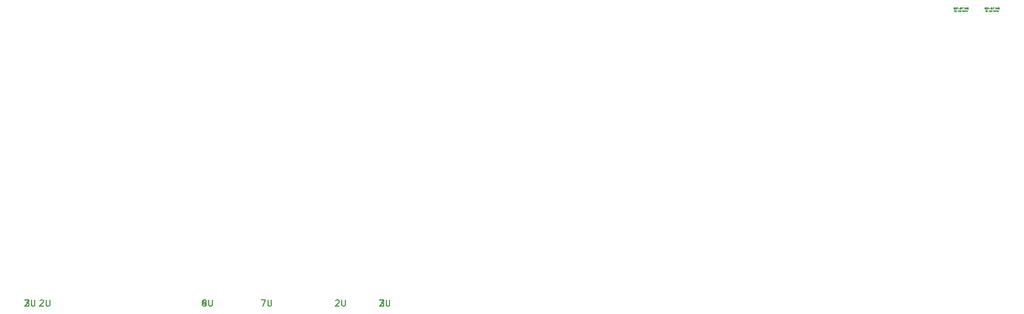
<source format=gbr>
%TF.GenerationSoftware,KiCad,Pcbnew,(7.0.0)*%
%TF.CreationDate,2023-11-25T12:28:40+01:00*%
%TF.ProjectId,Eightu Ortho,45696768-7475-4204-9f72-74686f2e6b69,rev?*%
%TF.SameCoordinates,Original*%
%TF.FileFunction,Other,Comment*%
%FSLAX46Y46*%
G04 Gerber Fmt 4.6, Leading zero omitted, Abs format (unit mm)*
G04 Created by KiCad (PCBNEW (7.0.0)) date 2023-11-25 12:28:40*
%MOMM*%
%LPD*%
G01*
G04 APERTURE LIST*
%ADD10C,0.150000*%
%ADD11C,0.030000*%
G04 APERTURE END LIST*
D10*
%TO.C,S2*%
X188102976Y-105634619D02*
X188150595Y-105587000D01*
X188150595Y-105587000D02*
X188245833Y-105539380D01*
X188245833Y-105539380D02*
X188483928Y-105539380D01*
X188483928Y-105539380D02*
X188579166Y-105587000D01*
X188579166Y-105587000D02*
X188626785Y-105634619D01*
X188626785Y-105634619D02*
X188674404Y-105729857D01*
X188674404Y-105729857D02*
X188674404Y-105825095D01*
X188674404Y-105825095D02*
X188626785Y-105967952D01*
X188626785Y-105967952D02*
X188055357Y-106539380D01*
X188055357Y-106539380D02*
X188674404Y-106539380D01*
X189102976Y-105539380D02*
X189102976Y-106348904D01*
X189102976Y-106348904D02*
X189150595Y-106444142D01*
X189150595Y-106444142D02*
X189198214Y-106491761D01*
X189198214Y-106491761D02*
X189293452Y-106539380D01*
X189293452Y-106539380D02*
X189483928Y-106539380D01*
X189483928Y-106539380D02*
X189579166Y-106491761D01*
X189579166Y-106491761D02*
X189626785Y-106444142D01*
X189626785Y-106444142D02*
X189674404Y-106348904D01*
X189674404Y-106348904D02*
X189674404Y-105539380D01*
%TO.C,S10*%
X180959226Y-105634619D02*
X181006845Y-105587000D01*
X181006845Y-105587000D02*
X181102083Y-105539380D01*
X181102083Y-105539380D02*
X181340178Y-105539380D01*
X181340178Y-105539380D02*
X181435416Y-105587000D01*
X181435416Y-105587000D02*
X181483035Y-105634619D01*
X181483035Y-105634619D02*
X181530654Y-105729857D01*
X181530654Y-105729857D02*
X181530654Y-105825095D01*
X181530654Y-105825095D02*
X181483035Y-105967952D01*
X181483035Y-105967952D02*
X180911607Y-106539380D01*
X180911607Y-106539380D02*
X181530654Y-106539380D01*
X181959226Y-105539380D02*
X181959226Y-106348904D01*
X181959226Y-106348904D02*
X182006845Y-106444142D01*
X182006845Y-106444142D02*
X182054464Y-106491761D01*
X182054464Y-106491761D02*
X182149702Y-106539380D01*
X182149702Y-106539380D02*
X182340178Y-106539380D01*
X182340178Y-106539380D02*
X182435416Y-106491761D01*
X182435416Y-106491761D02*
X182483035Y-106444142D01*
X182483035Y-106444142D02*
X182530654Y-106348904D01*
X182530654Y-106348904D02*
X182530654Y-105539380D01*
%TO.C,S3*%
X169005357Y-105539380D02*
X169672023Y-105539380D01*
X169672023Y-105539380D02*
X169243452Y-106539380D01*
X170052976Y-105539380D02*
X170052976Y-106348904D01*
X170052976Y-106348904D02*
X170100595Y-106444142D01*
X170100595Y-106444142D02*
X170148214Y-106491761D01*
X170148214Y-106491761D02*
X170243452Y-106539380D01*
X170243452Y-106539380D02*
X170433928Y-106539380D01*
X170433928Y-106539380D02*
X170529166Y-106491761D01*
X170529166Y-106491761D02*
X170576785Y-106444142D01*
X170576785Y-106444142D02*
X170624404Y-106348904D01*
X170624404Y-106348904D02*
X170624404Y-105539380D01*
%TO.C,S7*%
X130905357Y-105539380D02*
X131524404Y-105539380D01*
X131524404Y-105539380D02*
X131191071Y-105920333D01*
X131191071Y-105920333D02*
X131333928Y-105920333D01*
X131333928Y-105920333D02*
X131429166Y-105967952D01*
X131429166Y-105967952D02*
X131476785Y-106015571D01*
X131476785Y-106015571D02*
X131524404Y-106110809D01*
X131524404Y-106110809D02*
X131524404Y-106348904D01*
X131524404Y-106348904D02*
X131476785Y-106444142D01*
X131476785Y-106444142D02*
X131429166Y-106491761D01*
X131429166Y-106491761D02*
X131333928Y-106539380D01*
X131333928Y-106539380D02*
X131048214Y-106539380D01*
X131048214Y-106539380D02*
X130952976Y-106491761D01*
X130952976Y-106491761D02*
X130905357Y-106444142D01*
X131952976Y-105539380D02*
X131952976Y-106348904D01*
X131952976Y-106348904D02*
X132000595Y-106444142D01*
X132000595Y-106444142D02*
X132048214Y-106491761D01*
X132048214Y-106491761D02*
X132143452Y-106539380D01*
X132143452Y-106539380D02*
X132333928Y-106539380D01*
X132333928Y-106539380D02*
X132429166Y-106491761D01*
X132429166Y-106491761D02*
X132476785Y-106444142D01*
X132476785Y-106444142D02*
X132524404Y-106348904D01*
X132524404Y-106348904D02*
X132524404Y-105539380D01*
%TO.C,S1*%
X130952976Y-105634619D02*
X131000595Y-105587000D01*
X131000595Y-105587000D02*
X131095833Y-105539380D01*
X131095833Y-105539380D02*
X131333928Y-105539380D01*
X131333928Y-105539380D02*
X131429166Y-105587000D01*
X131429166Y-105587000D02*
X131476785Y-105634619D01*
X131476785Y-105634619D02*
X131524404Y-105729857D01*
X131524404Y-105729857D02*
X131524404Y-105825095D01*
X131524404Y-105825095D02*
X131476785Y-105967952D01*
X131476785Y-105967952D02*
X130905357Y-106539380D01*
X130905357Y-106539380D02*
X131524404Y-106539380D01*
X131952976Y-105539380D02*
X131952976Y-106348904D01*
X131952976Y-106348904D02*
X132000595Y-106444142D01*
X132000595Y-106444142D02*
X132048214Y-106491761D01*
X132048214Y-106491761D02*
X132143452Y-106539380D01*
X132143452Y-106539380D02*
X132333928Y-106539380D01*
X132333928Y-106539380D02*
X132429166Y-106491761D01*
X132429166Y-106491761D02*
X132476785Y-106444142D01*
X132476785Y-106444142D02*
X132524404Y-106348904D01*
X132524404Y-106348904D02*
X132524404Y-105539380D01*
%TO.C,S5*%
X160004166Y-105872714D02*
X160004166Y-106539380D01*
X159766071Y-105491761D02*
X159527976Y-106206047D01*
X159527976Y-106206047D02*
X160147023Y-106206047D01*
X160527976Y-105539380D02*
X160527976Y-106348904D01*
X160527976Y-106348904D02*
X160575595Y-106444142D01*
X160575595Y-106444142D02*
X160623214Y-106491761D01*
X160623214Y-106491761D02*
X160718452Y-106539380D01*
X160718452Y-106539380D02*
X160908928Y-106539380D01*
X160908928Y-106539380D02*
X161004166Y-106491761D01*
X161004166Y-106491761D02*
X161051785Y-106444142D01*
X161051785Y-106444142D02*
X161099404Y-106348904D01*
X161099404Y-106348904D02*
X161099404Y-105539380D01*
%TO.C,S4*%
X160004166Y-105539380D02*
X159813690Y-105539380D01*
X159813690Y-105539380D02*
X159718452Y-105587000D01*
X159718452Y-105587000D02*
X159670833Y-105634619D01*
X159670833Y-105634619D02*
X159575595Y-105777476D01*
X159575595Y-105777476D02*
X159527976Y-105967952D01*
X159527976Y-105967952D02*
X159527976Y-106348904D01*
X159527976Y-106348904D02*
X159575595Y-106444142D01*
X159575595Y-106444142D02*
X159623214Y-106491761D01*
X159623214Y-106491761D02*
X159718452Y-106539380D01*
X159718452Y-106539380D02*
X159908928Y-106539380D01*
X159908928Y-106539380D02*
X160004166Y-106491761D01*
X160004166Y-106491761D02*
X160051785Y-106444142D01*
X160051785Y-106444142D02*
X160099404Y-106348904D01*
X160099404Y-106348904D02*
X160099404Y-106110809D01*
X160099404Y-106110809D02*
X160051785Y-106015571D01*
X160051785Y-106015571D02*
X160004166Y-105967952D01*
X160004166Y-105967952D02*
X159908928Y-105920333D01*
X159908928Y-105920333D02*
X159718452Y-105920333D01*
X159718452Y-105920333D02*
X159623214Y-105967952D01*
X159623214Y-105967952D02*
X159575595Y-106015571D01*
X159575595Y-106015571D02*
X159527976Y-106110809D01*
X160527976Y-105539380D02*
X160527976Y-106348904D01*
X160527976Y-106348904D02*
X160575595Y-106444142D01*
X160575595Y-106444142D02*
X160623214Y-106491761D01*
X160623214Y-106491761D02*
X160718452Y-106539380D01*
X160718452Y-106539380D02*
X160908928Y-106539380D01*
X160908928Y-106539380D02*
X161004166Y-106491761D01*
X161004166Y-106491761D02*
X161051785Y-106444142D01*
X161051785Y-106444142D02*
X161099404Y-106348904D01*
X161099404Y-106348904D02*
X161099404Y-105539380D01*
%TO.C,S8*%
X188055357Y-105539380D02*
X188674404Y-105539380D01*
X188674404Y-105539380D02*
X188341071Y-105920333D01*
X188341071Y-105920333D02*
X188483928Y-105920333D01*
X188483928Y-105920333D02*
X188579166Y-105967952D01*
X188579166Y-105967952D02*
X188626785Y-106015571D01*
X188626785Y-106015571D02*
X188674404Y-106110809D01*
X188674404Y-106110809D02*
X188674404Y-106348904D01*
X188674404Y-106348904D02*
X188626785Y-106444142D01*
X188626785Y-106444142D02*
X188579166Y-106491761D01*
X188579166Y-106491761D02*
X188483928Y-106539380D01*
X188483928Y-106539380D02*
X188198214Y-106539380D01*
X188198214Y-106539380D02*
X188102976Y-106491761D01*
X188102976Y-106491761D02*
X188055357Y-106444142D01*
X189102976Y-105539380D02*
X189102976Y-106348904D01*
X189102976Y-106348904D02*
X189150595Y-106444142D01*
X189150595Y-106444142D02*
X189198214Y-106491761D01*
X189198214Y-106491761D02*
X189293452Y-106539380D01*
X189293452Y-106539380D02*
X189483928Y-106539380D01*
X189483928Y-106539380D02*
X189579166Y-106491761D01*
X189579166Y-106491761D02*
X189626785Y-106444142D01*
X189626785Y-106444142D02*
X189674404Y-106348904D01*
X189674404Y-106348904D02*
X189674404Y-105539380D01*
%TO.C,S9*%
X133334226Y-105634619D02*
X133381845Y-105587000D01*
X133381845Y-105587000D02*
X133477083Y-105539380D01*
X133477083Y-105539380D02*
X133715178Y-105539380D01*
X133715178Y-105539380D02*
X133810416Y-105587000D01*
X133810416Y-105587000D02*
X133858035Y-105634619D01*
X133858035Y-105634619D02*
X133905654Y-105729857D01*
X133905654Y-105729857D02*
X133905654Y-105825095D01*
X133905654Y-105825095D02*
X133858035Y-105967952D01*
X133858035Y-105967952D02*
X133286607Y-106539380D01*
X133286607Y-106539380D02*
X133905654Y-106539380D01*
X134334226Y-105539380D02*
X134334226Y-106348904D01*
X134334226Y-106348904D02*
X134381845Y-106444142D01*
X134381845Y-106444142D02*
X134429464Y-106491761D01*
X134429464Y-106491761D02*
X134524702Y-106539380D01*
X134524702Y-106539380D02*
X134715178Y-106539380D01*
X134715178Y-106539380D02*
X134810416Y-106491761D01*
X134810416Y-106491761D02*
X134858035Y-106444142D01*
X134858035Y-106444142D02*
X134905654Y-106348904D01*
X134905654Y-106348904D02*
X134905654Y-105539380D01*
%TO.C,S6*%
X159718452Y-105967952D02*
X159623214Y-105920333D01*
X159623214Y-105920333D02*
X159575595Y-105872714D01*
X159575595Y-105872714D02*
X159527976Y-105777476D01*
X159527976Y-105777476D02*
X159527976Y-105729857D01*
X159527976Y-105729857D02*
X159575595Y-105634619D01*
X159575595Y-105634619D02*
X159623214Y-105587000D01*
X159623214Y-105587000D02*
X159718452Y-105539380D01*
X159718452Y-105539380D02*
X159908928Y-105539380D01*
X159908928Y-105539380D02*
X160004166Y-105587000D01*
X160004166Y-105587000D02*
X160051785Y-105634619D01*
X160051785Y-105634619D02*
X160099404Y-105729857D01*
X160099404Y-105729857D02*
X160099404Y-105777476D01*
X160099404Y-105777476D02*
X160051785Y-105872714D01*
X160051785Y-105872714D02*
X160004166Y-105920333D01*
X160004166Y-105920333D02*
X159908928Y-105967952D01*
X159908928Y-105967952D02*
X159718452Y-105967952D01*
X159718452Y-105967952D02*
X159623214Y-106015571D01*
X159623214Y-106015571D02*
X159575595Y-106063190D01*
X159575595Y-106063190D02*
X159527976Y-106158428D01*
X159527976Y-106158428D02*
X159527976Y-106348904D01*
X159527976Y-106348904D02*
X159575595Y-106444142D01*
X159575595Y-106444142D02*
X159623214Y-106491761D01*
X159623214Y-106491761D02*
X159718452Y-106539380D01*
X159718452Y-106539380D02*
X159908928Y-106539380D01*
X159908928Y-106539380D02*
X160004166Y-106491761D01*
X160004166Y-106491761D02*
X160051785Y-106444142D01*
X160051785Y-106444142D02*
X160099404Y-106348904D01*
X160099404Y-106348904D02*
X160099404Y-106158428D01*
X160099404Y-106158428D02*
X160051785Y-106063190D01*
X160051785Y-106063190D02*
X160004166Y-106015571D01*
X160004166Y-106015571D02*
X159908928Y-105967952D01*
X160527976Y-105539380D02*
X160527976Y-106348904D01*
X160527976Y-106348904D02*
X160575595Y-106444142D01*
X160575595Y-106444142D02*
X160623214Y-106491761D01*
X160623214Y-106491761D02*
X160718452Y-106539380D01*
X160718452Y-106539380D02*
X160908928Y-106539380D01*
X160908928Y-106539380D02*
X161004166Y-106491761D01*
X161004166Y-106491761D02*
X161051785Y-106444142D01*
X161051785Y-106444142D02*
X161099404Y-106348904D01*
X161099404Y-106348904D02*
X161099404Y-105539380D01*
D11*
%TO.C,SW6*%
X285613928Y-59010976D02*
X285613928Y-58810976D01*
X285613928Y-58810976D02*
X285728213Y-59010976D01*
X285728213Y-59010976D02*
X285728213Y-58810976D01*
X285852023Y-59010976D02*
X285832975Y-59001452D01*
X285832975Y-59001452D02*
X285823452Y-58991928D01*
X285823452Y-58991928D02*
X285813928Y-58972880D01*
X285813928Y-58972880D02*
X285813928Y-58915738D01*
X285813928Y-58915738D02*
X285823452Y-58896690D01*
X285823452Y-58896690D02*
X285832975Y-58887166D01*
X285832975Y-58887166D02*
X285852023Y-58877642D01*
X285852023Y-58877642D02*
X285880594Y-58877642D01*
X285880594Y-58877642D02*
X285899642Y-58887166D01*
X285899642Y-58887166D02*
X285909166Y-58896690D01*
X285909166Y-58896690D02*
X285918690Y-58915738D01*
X285918690Y-58915738D02*
X285918690Y-58972880D01*
X285918690Y-58972880D02*
X285909166Y-58991928D01*
X285909166Y-58991928D02*
X285899642Y-59001452D01*
X285899642Y-59001452D02*
X285880594Y-59010976D01*
X285880594Y-59010976D02*
X285852023Y-59010976D01*
X286191070Y-58906214D02*
X286124404Y-58906214D01*
X286124404Y-59010976D02*
X286124404Y-58810976D01*
X286124404Y-58810976D02*
X286219642Y-58810976D01*
X286295833Y-58991928D02*
X286305356Y-59001452D01*
X286305356Y-59001452D02*
X286295833Y-59010976D01*
X286295833Y-59010976D02*
X286286309Y-59001452D01*
X286286309Y-59001452D02*
X286295833Y-58991928D01*
X286295833Y-58991928D02*
X286295833Y-59010976D01*
X286505356Y-58991928D02*
X286495832Y-59001452D01*
X286495832Y-59001452D02*
X286467261Y-59010976D01*
X286467261Y-59010976D02*
X286448213Y-59010976D01*
X286448213Y-59010976D02*
X286419642Y-59001452D01*
X286419642Y-59001452D02*
X286400594Y-58982404D01*
X286400594Y-58982404D02*
X286391071Y-58963357D01*
X286391071Y-58963357D02*
X286381547Y-58925261D01*
X286381547Y-58925261D02*
X286381547Y-58896690D01*
X286381547Y-58896690D02*
X286391071Y-58858595D01*
X286391071Y-58858595D02*
X286400594Y-58839547D01*
X286400594Y-58839547D02*
X286419642Y-58820500D01*
X286419642Y-58820500D02*
X286448213Y-58810976D01*
X286448213Y-58810976D02*
X286467261Y-58810976D01*
X286467261Y-58810976D02*
X286495832Y-58820500D01*
X286495832Y-58820500D02*
X286505356Y-58830023D01*
X286676785Y-58877642D02*
X286676785Y-59010976D01*
X286591071Y-58877642D02*
X286591071Y-58982404D01*
X286591071Y-58982404D02*
X286600594Y-59001452D01*
X286600594Y-59001452D02*
X286619642Y-59010976D01*
X286619642Y-59010976D02*
X286648213Y-59010976D01*
X286648213Y-59010976D02*
X286667261Y-59001452D01*
X286667261Y-59001452D02*
X286676785Y-58991928D01*
X286863451Y-58877642D02*
X286939642Y-58877642D01*
X286892023Y-58810976D02*
X286892023Y-58982404D01*
X286892023Y-58982404D02*
X286901546Y-59001452D01*
X286901546Y-59001452D02*
X286920594Y-59010976D01*
X286920594Y-59010976D02*
X286939642Y-59010976D01*
X287006309Y-59010976D02*
X287006309Y-58877642D01*
X287006309Y-58915738D02*
X287015832Y-58896690D01*
X287015832Y-58896690D02*
X287025356Y-58887166D01*
X287025356Y-58887166D02*
X287044404Y-58877642D01*
X287044404Y-58877642D02*
X287063451Y-58877642D01*
X287215833Y-59010976D02*
X287215833Y-58906214D01*
X287215833Y-58906214D02*
X287206309Y-58887166D01*
X287206309Y-58887166D02*
X287187261Y-58877642D01*
X287187261Y-58877642D02*
X287149166Y-58877642D01*
X287149166Y-58877642D02*
X287130119Y-58887166D01*
X287215833Y-59001452D02*
X287196785Y-59010976D01*
X287196785Y-59010976D02*
X287149166Y-59010976D01*
X287149166Y-59010976D02*
X287130119Y-59001452D01*
X287130119Y-59001452D02*
X287120595Y-58982404D01*
X287120595Y-58982404D02*
X287120595Y-58963357D01*
X287120595Y-58963357D02*
X287130119Y-58944309D01*
X287130119Y-58944309D02*
X287149166Y-58934785D01*
X287149166Y-58934785D02*
X287196785Y-58934785D01*
X287196785Y-58934785D02*
X287215833Y-58925261D01*
X287396785Y-59001452D02*
X287377737Y-59010976D01*
X287377737Y-59010976D02*
X287339642Y-59010976D01*
X287339642Y-59010976D02*
X287320594Y-59001452D01*
X287320594Y-59001452D02*
X287311071Y-58991928D01*
X287311071Y-58991928D02*
X287301547Y-58972880D01*
X287301547Y-58972880D02*
X287301547Y-58915738D01*
X287301547Y-58915738D02*
X287311071Y-58896690D01*
X287311071Y-58896690D02*
X287320594Y-58887166D01*
X287320594Y-58887166D02*
X287339642Y-58877642D01*
X287339642Y-58877642D02*
X287377737Y-58877642D01*
X287377737Y-58877642D02*
X287396785Y-58887166D01*
X287482500Y-59010976D02*
X287482500Y-58810976D01*
X287501547Y-58934785D02*
X287558690Y-59010976D01*
X287558690Y-58877642D02*
X287482500Y-58953833D01*
X287634881Y-59001452D02*
X287653928Y-59010976D01*
X287653928Y-59010976D02*
X287692024Y-59010976D01*
X287692024Y-59010976D02*
X287711071Y-59001452D01*
X287711071Y-59001452D02*
X287720595Y-58982404D01*
X287720595Y-58982404D02*
X287720595Y-58972880D01*
X287720595Y-58972880D02*
X287711071Y-58953833D01*
X287711071Y-58953833D02*
X287692024Y-58944309D01*
X287692024Y-58944309D02*
X287663452Y-58944309D01*
X287663452Y-58944309D02*
X287644405Y-58934785D01*
X287644405Y-58934785D02*
X287634881Y-58915738D01*
X287634881Y-58915738D02*
X287634881Y-58906214D01*
X287634881Y-58906214D02*
X287644405Y-58887166D01*
X287644405Y-58887166D02*
X287663452Y-58877642D01*
X287663452Y-58877642D02*
X287692024Y-58877642D01*
X287692024Y-58877642D02*
X287711071Y-58887166D01*
X280464405Y-58610976D02*
X280464405Y-58410976D01*
X280578690Y-58610976D02*
X280492976Y-58496690D01*
X280578690Y-58410976D02*
X280464405Y-58525261D01*
X280664405Y-58506214D02*
X280731071Y-58506214D01*
X280759643Y-58610976D02*
X280664405Y-58610976D01*
X280664405Y-58610976D02*
X280664405Y-58410976D01*
X280664405Y-58410976D02*
X280759643Y-58410976D01*
X280845357Y-58506214D02*
X280912023Y-58506214D01*
X280940595Y-58610976D02*
X280845357Y-58610976D01*
X280845357Y-58610976D02*
X280845357Y-58410976D01*
X280845357Y-58410976D02*
X280940595Y-58410976D01*
X281026309Y-58610976D02*
X281026309Y-58410976D01*
X281026309Y-58410976D02*
X281102499Y-58410976D01*
X281102499Y-58410976D02*
X281121547Y-58420500D01*
X281121547Y-58420500D02*
X281131070Y-58430023D01*
X281131070Y-58430023D02*
X281140594Y-58449071D01*
X281140594Y-58449071D02*
X281140594Y-58477642D01*
X281140594Y-58477642D02*
X281131070Y-58496690D01*
X281131070Y-58496690D02*
X281121547Y-58506214D01*
X281121547Y-58506214D02*
X281102499Y-58515738D01*
X281102499Y-58515738D02*
X281026309Y-58515738D01*
X281226309Y-58534785D02*
X281378690Y-58534785D01*
X281512023Y-58410976D02*
X281550118Y-58410976D01*
X281550118Y-58410976D02*
X281569166Y-58420500D01*
X281569166Y-58420500D02*
X281588213Y-58439547D01*
X281588213Y-58439547D02*
X281597737Y-58477642D01*
X281597737Y-58477642D02*
X281597737Y-58544309D01*
X281597737Y-58544309D02*
X281588213Y-58582404D01*
X281588213Y-58582404D02*
X281569166Y-58601452D01*
X281569166Y-58601452D02*
X281550118Y-58610976D01*
X281550118Y-58610976D02*
X281512023Y-58610976D01*
X281512023Y-58610976D02*
X281492975Y-58601452D01*
X281492975Y-58601452D02*
X281473928Y-58582404D01*
X281473928Y-58582404D02*
X281464404Y-58544309D01*
X281464404Y-58544309D02*
X281464404Y-58477642D01*
X281464404Y-58477642D02*
X281473928Y-58439547D01*
X281473928Y-58439547D02*
X281492975Y-58420500D01*
X281492975Y-58420500D02*
X281512023Y-58410976D01*
X281683452Y-58410976D02*
X281683452Y-58572880D01*
X281683452Y-58572880D02*
X281692975Y-58591928D01*
X281692975Y-58591928D02*
X281702499Y-58601452D01*
X281702499Y-58601452D02*
X281721547Y-58610976D01*
X281721547Y-58610976D02*
X281759642Y-58610976D01*
X281759642Y-58610976D02*
X281778690Y-58601452D01*
X281778690Y-58601452D02*
X281788213Y-58591928D01*
X281788213Y-58591928D02*
X281797737Y-58572880D01*
X281797737Y-58572880D02*
X281797737Y-58410976D01*
X281864404Y-58410976D02*
X281978690Y-58410976D01*
X281921547Y-58610976D02*
X281921547Y-58410976D01*
X282146309Y-58410976D02*
X282279642Y-58410976D01*
X282279642Y-58410976D02*
X282146309Y-58610976D01*
X282146309Y-58610976D02*
X282279642Y-58610976D01*
X282393928Y-58410976D02*
X282432023Y-58410976D01*
X282432023Y-58410976D02*
X282451071Y-58420500D01*
X282451071Y-58420500D02*
X282470118Y-58439547D01*
X282470118Y-58439547D02*
X282479642Y-58477642D01*
X282479642Y-58477642D02*
X282479642Y-58544309D01*
X282479642Y-58544309D02*
X282470118Y-58582404D01*
X282470118Y-58582404D02*
X282451071Y-58601452D01*
X282451071Y-58601452D02*
X282432023Y-58610976D01*
X282432023Y-58610976D02*
X282393928Y-58610976D01*
X282393928Y-58610976D02*
X282374880Y-58601452D01*
X282374880Y-58601452D02*
X282355833Y-58582404D01*
X282355833Y-58582404D02*
X282346309Y-58544309D01*
X282346309Y-58544309D02*
X282346309Y-58477642D01*
X282346309Y-58477642D02*
X282355833Y-58439547D01*
X282355833Y-58439547D02*
X282374880Y-58420500D01*
X282374880Y-58420500D02*
X282393928Y-58410976D01*
X282565357Y-58610976D02*
X282565357Y-58410976D01*
X282565357Y-58410976D02*
X282679642Y-58610976D01*
X282679642Y-58610976D02*
X282679642Y-58410976D01*
X282774881Y-58506214D02*
X282841547Y-58506214D01*
X282870119Y-58610976D02*
X282774881Y-58610976D01*
X282774881Y-58610976D02*
X282774881Y-58410976D01*
X282774881Y-58410976D02*
X282870119Y-58410976D01*
X285464405Y-58610976D02*
X285464405Y-58410976D01*
X285578690Y-58610976D02*
X285492976Y-58496690D01*
X285578690Y-58410976D02*
X285464405Y-58525261D01*
X285664405Y-58506214D02*
X285731071Y-58506214D01*
X285759643Y-58610976D02*
X285664405Y-58610976D01*
X285664405Y-58610976D02*
X285664405Y-58410976D01*
X285664405Y-58410976D02*
X285759643Y-58410976D01*
X285845357Y-58506214D02*
X285912023Y-58506214D01*
X285940595Y-58610976D02*
X285845357Y-58610976D01*
X285845357Y-58610976D02*
X285845357Y-58410976D01*
X285845357Y-58410976D02*
X285940595Y-58410976D01*
X286026309Y-58610976D02*
X286026309Y-58410976D01*
X286026309Y-58410976D02*
X286102499Y-58410976D01*
X286102499Y-58410976D02*
X286121547Y-58420500D01*
X286121547Y-58420500D02*
X286131070Y-58430023D01*
X286131070Y-58430023D02*
X286140594Y-58449071D01*
X286140594Y-58449071D02*
X286140594Y-58477642D01*
X286140594Y-58477642D02*
X286131070Y-58496690D01*
X286131070Y-58496690D02*
X286121547Y-58506214D01*
X286121547Y-58506214D02*
X286102499Y-58515738D01*
X286102499Y-58515738D02*
X286026309Y-58515738D01*
X286226309Y-58534785D02*
X286378690Y-58534785D01*
X286512023Y-58410976D02*
X286550118Y-58410976D01*
X286550118Y-58410976D02*
X286569166Y-58420500D01*
X286569166Y-58420500D02*
X286588213Y-58439547D01*
X286588213Y-58439547D02*
X286597737Y-58477642D01*
X286597737Y-58477642D02*
X286597737Y-58544309D01*
X286597737Y-58544309D02*
X286588213Y-58582404D01*
X286588213Y-58582404D02*
X286569166Y-58601452D01*
X286569166Y-58601452D02*
X286550118Y-58610976D01*
X286550118Y-58610976D02*
X286512023Y-58610976D01*
X286512023Y-58610976D02*
X286492975Y-58601452D01*
X286492975Y-58601452D02*
X286473928Y-58582404D01*
X286473928Y-58582404D02*
X286464404Y-58544309D01*
X286464404Y-58544309D02*
X286464404Y-58477642D01*
X286464404Y-58477642D02*
X286473928Y-58439547D01*
X286473928Y-58439547D02*
X286492975Y-58420500D01*
X286492975Y-58420500D02*
X286512023Y-58410976D01*
X286683452Y-58410976D02*
X286683452Y-58572880D01*
X286683452Y-58572880D02*
X286692975Y-58591928D01*
X286692975Y-58591928D02*
X286702499Y-58601452D01*
X286702499Y-58601452D02*
X286721547Y-58610976D01*
X286721547Y-58610976D02*
X286759642Y-58610976D01*
X286759642Y-58610976D02*
X286778690Y-58601452D01*
X286778690Y-58601452D02*
X286788213Y-58591928D01*
X286788213Y-58591928D02*
X286797737Y-58572880D01*
X286797737Y-58572880D02*
X286797737Y-58410976D01*
X286864404Y-58410976D02*
X286978690Y-58410976D01*
X286921547Y-58610976D02*
X286921547Y-58410976D01*
X287146309Y-58410976D02*
X287279642Y-58410976D01*
X287279642Y-58410976D02*
X287146309Y-58610976D01*
X287146309Y-58610976D02*
X287279642Y-58610976D01*
X287393928Y-58410976D02*
X287432023Y-58410976D01*
X287432023Y-58410976D02*
X287451071Y-58420500D01*
X287451071Y-58420500D02*
X287470118Y-58439547D01*
X287470118Y-58439547D02*
X287479642Y-58477642D01*
X287479642Y-58477642D02*
X287479642Y-58544309D01*
X287479642Y-58544309D02*
X287470118Y-58582404D01*
X287470118Y-58582404D02*
X287451071Y-58601452D01*
X287451071Y-58601452D02*
X287432023Y-58610976D01*
X287432023Y-58610976D02*
X287393928Y-58610976D01*
X287393928Y-58610976D02*
X287374880Y-58601452D01*
X287374880Y-58601452D02*
X287355833Y-58582404D01*
X287355833Y-58582404D02*
X287346309Y-58544309D01*
X287346309Y-58544309D02*
X287346309Y-58477642D01*
X287346309Y-58477642D02*
X287355833Y-58439547D01*
X287355833Y-58439547D02*
X287374880Y-58420500D01*
X287374880Y-58420500D02*
X287393928Y-58410976D01*
X287565357Y-58610976D02*
X287565357Y-58410976D01*
X287565357Y-58410976D02*
X287679642Y-58610976D01*
X287679642Y-58610976D02*
X287679642Y-58410976D01*
X287774881Y-58506214D02*
X287841547Y-58506214D01*
X287870119Y-58610976D02*
X287774881Y-58610976D01*
X287774881Y-58610976D02*
X287774881Y-58410976D01*
X287774881Y-58410976D02*
X287870119Y-58410976D01*
X280613928Y-59010976D02*
X280613928Y-58810976D01*
X280613928Y-58810976D02*
X280728213Y-59010976D01*
X280728213Y-59010976D02*
X280728213Y-58810976D01*
X280852023Y-59010976D02*
X280832975Y-59001452D01*
X280832975Y-59001452D02*
X280823452Y-58991928D01*
X280823452Y-58991928D02*
X280813928Y-58972880D01*
X280813928Y-58972880D02*
X280813928Y-58915738D01*
X280813928Y-58915738D02*
X280823452Y-58896690D01*
X280823452Y-58896690D02*
X280832975Y-58887166D01*
X280832975Y-58887166D02*
X280852023Y-58877642D01*
X280852023Y-58877642D02*
X280880594Y-58877642D01*
X280880594Y-58877642D02*
X280899642Y-58887166D01*
X280899642Y-58887166D02*
X280909166Y-58896690D01*
X280909166Y-58896690D02*
X280918690Y-58915738D01*
X280918690Y-58915738D02*
X280918690Y-58972880D01*
X280918690Y-58972880D02*
X280909166Y-58991928D01*
X280909166Y-58991928D02*
X280899642Y-59001452D01*
X280899642Y-59001452D02*
X280880594Y-59010976D01*
X280880594Y-59010976D02*
X280852023Y-59010976D01*
X281191070Y-58906214D02*
X281124404Y-58906214D01*
X281124404Y-59010976D02*
X281124404Y-58810976D01*
X281124404Y-58810976D02*
X281219642Y-58810976D01*
X281295833Y-58991928D02*
X281305356Y-59001452D01*
X281305356Y-59001452D02*
X281295833Y-59010976D01*
X281295833Y-59010976D02*
X281286309Y-59001452D01*
X281286309Y-59001452D02*
X281295833Y-58991928D01*
X281295833Y-58991928D02*
X281295833Y-59010976D01*
X281505356Y-58991928D02*
X281495832Y-59001452D01*
X281495832Y-59001452D02*
X281467261Y-59010976D01*
X281467261Y-59010976D02*
X281448213Y-59010976D01*
X281448213Y-59010976D02*
X281419642Y-59001452D01*
X281419642Y-59001452D02*
X281400594Y-58982404D01*
X281400594Y-58982404D02*
X281391071Y-58963357D01*
X281391071Y-58963357D02*
X281381547Y-58925261D01*
X281381547Y-58925261D02*
X281381547Y-58896690D01*
X281381547Y-58896690D02*
X281391071Y-58858595D01*
X281391071Y-58858595D02*
X281400594Y-58839547D01*
X281400594Y-58839547D02*
X281419642Y-58820500D01*
X281419642Y-58820500D02*
X281448213Y-58810976D01*
X281448213Y-58810976D02*
X281467261Y-58810976D01*
X281467261Y-58810976D02*
X281495832Y-58820500D01*
X281495832Y-58820500D02*
X281505356Y-58830023D01*
X281676785Y-58877642D02*
X281676785Y-59010976D01*
X281591071Y-58877642D02*
X281591071Y-58982404D01*
X281591071Y-58982404D02*
X281600594Y-59001452D01*
X281600594Y-59001452D02*
X281619642Y-59010976D01*
X281619642Y-59010976D02*
X281648213Y-59010976D01*
X281648213Y-59010976D02*
X281667261Y-59001452D01*
X281667261Y-59001452D02*
X281676785Y-58991928D01*
X281863451Y-58877642D02*
X281939642Y-58877642D01*
X281892023Y-58810976D02*
X281892023Y-58982404D01*
X281892023Y-58982404D02*
X281901546Y-59001452D01*
X281901546Y-59001452D02*
X281920594Y-59010976D01*
X281920594Y-59010976D02*
X281939642Y-59010976D01*
X282006309Y-59010976D02*
X282006309Y-58877642D01*
X282006309Y-58915738D02*
X282015832Y-58896690D01*
X282015832Y-58896690D02*
X282025356Y-58887166D01*
X282025356Y-58887166D02*
X282044404Y-58877642D01*
X282044404Y-58877642D02*
X282063451Y-58877642D01*
X282215833Y-59010976D02*
X282215833Y-58906214D01*
X282215833Y-58906214D02*
X282206309Y-58887166D01*
X282206309Y-58887166D02*
X282187261Y-58877642D01*
X282187261Y-58877642D02*
X282149166Y-58877642D01*
X282149166Y-58877642D02*
X282130119Y-58887166D01*
X282215833Y-59001452D02*
X282196785Y-59010976D01*
X282196785Y-59010976D02*
X282149166Y-59010976D01*
X282149166Y-59010976D02*
X282130119Y-59001452D01*
X282130119Y-59001452D02*
X282120595Y-58982404D01*
X282120595Y-58982404D02*
X282120595Y-58963357D01*
X282120595Y-58963357D02*
X282130119Y-58944309D01*
X282130119Y-58944309D02*
X282149166Y-58934785D01*
X282149166Y-58934785D02*
X282196785Y-58934785D01*
X282196785Y-58934785D02*
X282215833Y-58925261D01*
X282396785Y-59001452D02*
X282377737Y-59010976D01*
X282377737Y-59010976D02*
X282339642Y-59010976D01*
X282339642Y-59010976D02*
X282320594Y-59001452D01*
X282320594Y-59001452D02*
X282311071Y-58991928D01*
X282311071Y-58991928D02*
X282301547Y-58972880D01*
X282301547Y-58972880D02*
X282301547Y-58915738D01*
X282301547Y-58915738D02*
X282311071Y-58896690D01*
X282311071Y-58896690D02*
X282320594Y-58887166D01*
X282320594Y-58887166D02*
X282339642Y-58877642D01*
X282339642Y-58877642D02*
X282377737Y-58877642D01*
X282377737Y-58877642D02*
X282396785Y-58887166D01*
X282482500Y-59010976D02*
X282482500Y-58810976D01*
X282501547Y-58934785D02*
X282558690Y-59010976D01*
X282558690Y-58877642D02*
X282482500Y-58953833D01*
X282634881Y-59001452D02*
X282653928Y-59010976D01*
X282653928Y-59010976D02*
X282692024Y-59010976D01*
X282692024Y-59010976D02*
X282711071Y-59001452D01*
X282711071Y-59001452D02*
X282720595Y-58982404D01*
X282720595Y-58982404D02*
X282720595Y-58972880D01*
X282720595Y-58972880D02*
X282711071Y-58953833D01*
X282711071Y-58953833D02*
X282692024Y-58944309D01*
X282692024Y-58944309D02*
X282663452Y-58944309D01*
X282663452Y-58944309D02*
X282644405Y-58934785D01*
X282644405Y-58934785D02*
X282634881Y-58915738D01*
X282634881Y-58915738D02*
X282634881Y-58906214D01*
X282634881Y-58906214D02*
X282644405Y-58887166D01*
X282644405Y-58887166D02*
X282663452Y-58877642D01*
X282663452Y-58877642D02*
X282692024Y-58877642D01*
X282692024Y-58877642D02*
X282711071Y-58887166D01*
%TD*%
M02*

</source>
